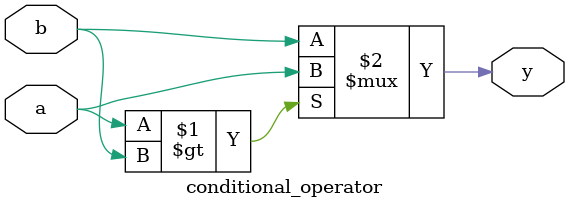
<source format=v>
module conditional_operator(
input a,b, 
output y
);
assign y = (a > b) ? a : b;
endmodule



/* OUTPUT
meenakshi@meenakshi-Inspiron-3501:~/verilog/conditional_operator$ vvp conditional_operator.out
VCD info: dumpfile conditional_operator.vcd opened for output.
$time=0|a=1|b=0|y=1
conditional_operator_tb.v:15: $finish called at 10 (1s)
*/

</source>
